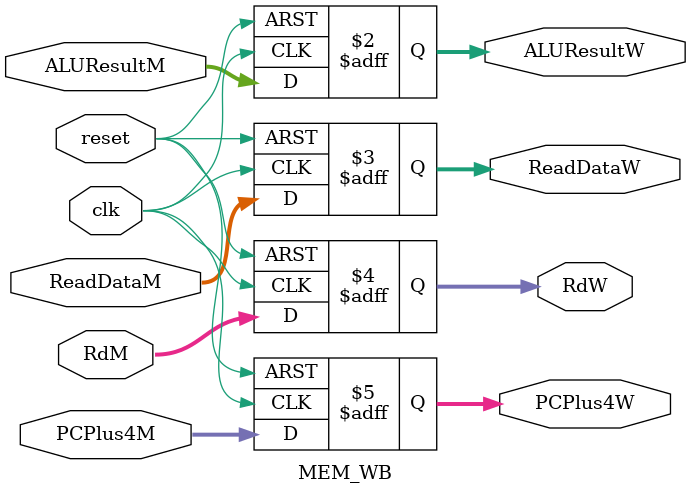
<source format=v>
/*
    Name: Pipeline register between Memory Access and WriteBack Stage
*/

module MEM_WB (
    input         clk,
    input         reset,
    input  [31:0] ALUResultM,
    input  [31:0] ReadDataM,
    input  [4:0]  RdM,
    input  [31:0] PCPlus4M,

    output reg [31:0] ALUResultW,
    output reg [31:0] ReadDataW,
    output reg [4:0]  RdW,
    output reg [31:0] PCPlus4W
);

    always @ (posedge clk or posedge reset) begin
        if (reset) begin
            ALUResultW <= 32'b0;
            ReadDataW  <= 32'b0;
            RdW        <= 5'b0;
            PCPlus4W   <= 32'b0;
        end else begin
            ALUResultW <= ALUResultM;
            ReadDataW  <= ReadDataM;
            RdW        <= RdM;
            PCPlus4W   <= PCPlus4M;
        end
    end

endmodule


</source>
